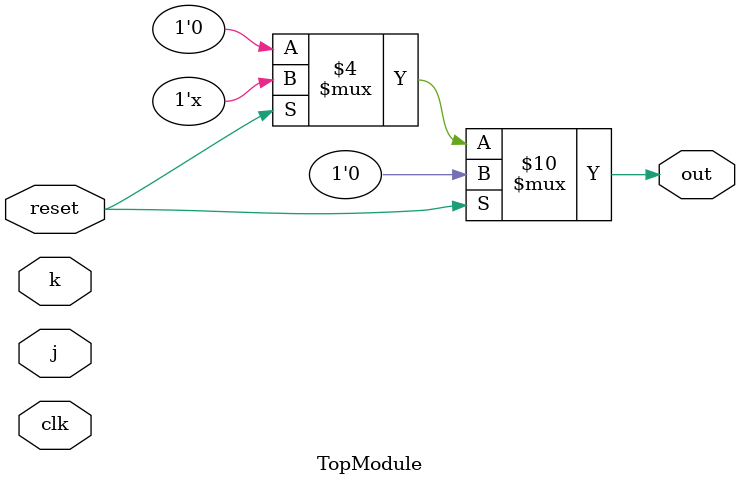
<source format=sv>
module TopModule (
    input logic clk,         // Clock signal (1 bit)
    input logic reset,       // Reset signal (1 bit, active-high)
    input logic j,          // Input signal j (1 bit)
    input logic k,          // Input signal k (1 bit)
    output logic out         // Output signal out (1 bit)
);

// State Encoding
localparam OFF = 1'b0;  // State OFF represented by binary 0
localparam ON  = 1'b1;  // State ON represented by binary 1

// State Variable
logic current_state;      // Current state of the state machine

// Initial State
initial begin
    current_state = OFF; // Initial state is OFF
    out = 1'b0;          // Initial output is 0
end

// Synchronous Reset and State Transition Logic
always @(*) begin
    if (reset) begin
        current_state = OFF; // Reset to OFF state
        out = 1'b0;          // Output is 0 when reset
    end else begin
        case (current_state)
            OFF: begin
                if (j) begin
                    current_state = ON; // Transition to ON state
                    out = 1'b1;         // Output is 1 when in ON state
                end
                // Remain in OFF state when j=0
            end
            
            ON: begin
                if (k) begin
                    current_state = OFF; // Transition to OFF state
                    out = 1'b0;          // Output is 0 when in OFF state
                end
                // Remain in ON state when k=0
            end
            
            default: begin
                current_state = OFF; // Default state in case of unknown state
                out = 1'b0;          // Default output
            end
        endcase
    end
end

endmodule
</source>
